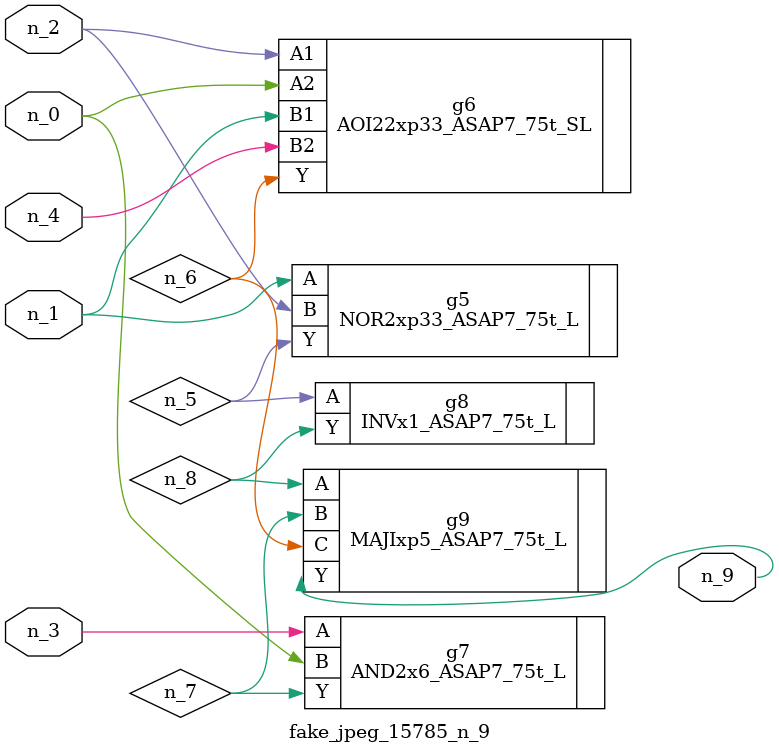
<source format=v>
module fake_jpeg_15785_n_9 (n_3, n_2, n_1, n_0, n_4, n_9);

input n_3;
input n_2;
input n_1;
input n_0;
input n_4;

output n_9;

wire n_8;
wire n_6;
wire n_5;
wire n_7;

NOR2xp33_ASAP7_75t_L g5 ( 
.A(n_1),
.B(n_2),
.Y(n_5)
);

AOI22xp33_ASAP7_75t_SL g6 ( 
.A1(n_2),
.A2(n_0),
.B1(n_1),
.B2(n_4),
.Y(n_6)
);

AND2x6_ASAP7_75t_L g7 ( 
.A(n_3),
.B(n_0),
.Y(n_7)
);

INVx1_ASAP7_75t_L g8 ( 
.A(n_5),
.Y(n_8)
);

MAJIxp5_ASAP7_75t_L g9 ( 
.A(n_8),
.B(n_7),
.C(n_6),
.Y(n_9)
);


endmodule
</source>
